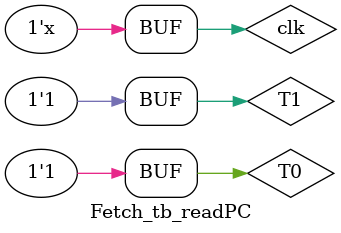
<source format=v>
`timescale 1ns / 1ps

/**
测试取指模块
PC为默认16'b0000_0000_0000_0000
取出IR指令00000_000_001_00000
成功
*/
module Fetch_tb_readPC();
    reg clk;
    reg T0;
    reg T1;
    wire [15:0] PC_out;//往外输出的PC
    wire [15:0] IR;
    always #5 clk=~clk;//每10ns一次
    initial
    begin
        clk=0;
        T0=0;
        T1=0;
        #20 T0=~T0;

        #20 T1=~T1;
    end
    Fetch fetch_test_defalut(
        .clk(clk),
        .T0(T0),
        .T1(T1),
        .PC_out(PC_out),
        .IR(IR)
    );
endmodule

</source>
